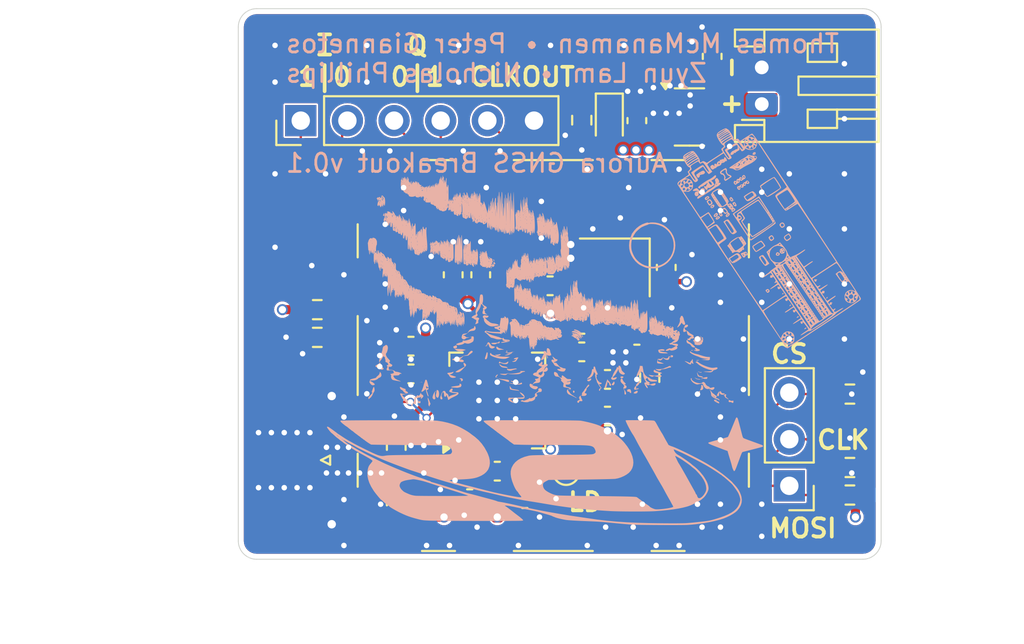
<source format=kicad_pcb>
(kicad_pcb (version 20240108) (generator "pcbnew") (generator_version "8.0")
  (title_block (title "Aurora GNSS Breakout v0.1") (date "2025-05-02") (rev "A") (company "Illinois Space Society") (comment 4 "Contributors: Thomas McManamen"))
  (layers (0 "F.Cu" signal) (1 "In1.Cu" signal) (2 "In2.Cu" signal) (31 "B.Cu" signal) (34 "B.Paste" user) (35 "F.Paste" user) (36 "B.SilkS" user "B.Silkscreen") (37 "F.SilkS" user "F.Silkscreen") (38 "B.Mask" user) (39 "F.Mask" user) (44 "Edge.Cuts" user))
  (net 0 "")
  (net 1 "+3V0")
  (net 2 "GND")
  (net 3 "Net-(U1-MIXIN)")
  (net 4 "Net-(U1-LNAOUT)")
  (net 5 "Net-(U1-LNA1)")
  (net 6 "Net-(U1-CPOUT)")
  (net 7 "Net-(C11-Pad1)")
  (net 8 "Net-(X1-OUT)")
  (net 9 "/XTAL")
  (net 10 "Net-(D1-K)")
  (net 11 "/I1")
  (net 12 "/I0")
  (net 13 "/Q0")
  (net 14 "/Q1")
  (net 15 "/CLKOUT")
  (net 16 "/SPI_MOSI")
  (net 17 "/SPI_CS")
  (net 18 "/SPI_CLK")
  (net 19 "Net-(U1-PGM)")
  (net 20 "Net-(U1-LD)")
  (net 26 "Net-(J2-Pin_1)")
  (net 27 "Net-(J1-In)")
  (footprint "Package_TO_SOT_SMD:SOT-23-3" (layer "F.Cu") (at 144.5625 105.9)
    (property "Reference" "U2" (hide yes))
    (property "Value" "XC6206PxxxMR")
  )
  (footprint "LED_SMD:LED_0603_1608Metric" (layer "F.Cu") (at 140.2 106.1125 -90)
    (property "Reference" "D1" (hide yes))
    (property "Value" "RED LED")
  )
  (footprint "Capacitor_SMD:C_0603_1608Metric" (layer "F.Cu") (at 140.1 122.2)
    (property "Reference" "C18" (hide yes))
    (property "Value" "100nF")
  )
  (footprint "Capacitor_SMD:C_0603_1608Metric" (layer "F.Cu") (at 133.2 114.5 90)
    (property "Reference" "C13" (hide yes))
    (property "Value" "100nF")
  )
  (footprint "Capacitor_SMD:C_0603_1608Metric" (layer "F.Cu") (at 130.1 126.9 -90)
    (property "Reference" "C6" (hide yes))
    (property "Value" "100nF")
  )
  (footprint "Resistor_SMD:R_0603_1608Metric" (layer "F.Cu") (at 153.3 121 180)
    (property "Reference" "R2" (hide yes))
    (property "Value" "20k")
  )
  (footprint "Capacitor_SMD:C_0603_1608Metric" (layer "F.Cu") (at 128.6 123.9 -90)
    (property "Reference" "C4" (hide yes))
    (property "Value" "470pF")
  )
  (footprint "Connector_Coaxial:SMA_Molex_73251-2120_EdgeMount_Horizontal" (layer "F.Cu") (at 122.1 124.6 180)
    (property "Reference" "J1" (hide yes))
    (property "Value" "Adafruit 1865")
  )
  (footprint "Capacitor_SMD:C_0603_1608Metric" (layer "F.Cu") (at 131.7 114.5 90)
    (property "Reference" "C10" (hide yes))
    (property "Value" "100pF")
  )
  (footprint "TestPoint:TestPoint_Pad_D1.0mm" (layer "F.Cu") (at 137.85 125.25)
    (property "Reference" "TP1" (hide yes))
    (property "Value" "TestPoint")
  )
  (footprint "Capacitor_SMD:C_0603_1608Metric" (layer "F.Cu") (at 138.7 117.2)
    (property "Reference" "C1" (hide yes))
    (property "Value" "100pF")
  )
  (footprint "RF_Shielding:Wuerth_36103205_20x20mm" (layer "F.Cu") (at 137.15 118.9)
    (property "Reference" "J5" (hide yes))
    (property "Value" "RFShield_OnePiece")
  )
  (footprint "Resistor_SMD:R_0603_1608Metric" (layer "F.Cu") (at 142.4 120.1 90)
    (property "Reference" "R4" (hide yes))
    (property "Value" "20k")
  )
  (footprint "Capacitor_SMD:C_0603_1608Metric" (layer "F.Cu") (at 136.975 115.1)
    (property "Reference" "C15" (hide yes))
    (property "Value" "10nF")
  )
  (footprint "Connector_PinHeader_2.54mm:PinHeader_1x06_P2.54mm_Vertical" (layer "F.Cu") (at 123.4 106.1 90)
    (property "Reference" "J4" (hide yes))
    (property "Value" "Conn_01x06")
  )
  (footprint "Oscillator:Oscillator_SMD_Abracon_ASE-4Pin_3.2x2.5mm" (layer "F.Cu") (at 140.5 114.1 180)
    (property "Reference" "X1" (hide yes))
    (property "Value" "TXCO")
  )
  (footprint "Capacitor_SMD:C_0603_1608Metric" (layer "F.Cu") (at 141.7 106.1 90)
    (property "Reference" "C12" (hide yes))
    (property "Value" "10uF")
  )
  (footprint "Capacitor_SMD:C_0603_1608Metric" (layer "F.Cu") (at 140.1 120.2 180)
    (property "Reference" "C9" (hide yes))
    (property "Value" "27pF")
  )
  (footprint "Resistor_SMD:R_0603_1608Metric" (layer "F.Cu") (at 138.7 106.075 -90)
    (property "Reference" "R5" (hide yes))
    (property "Value" "2.2k")
  )
  (footprint "Package_DFN_QFN:QFN-28-1EP_5x5mm_P0.5mm_EP3.35x3.35mm_ThermalVias" (layer "F.Cu") (at 134.1 121.35 90)
    (property "Reference" "U1" (hide yes))
    (property "Value" "MAX2769")
  )
  (footprint "Capacitor_SMD:C_0603_1608Metric" (layer "F.Cu") (at 141.7 117.8 180)
    (property "Reference" "C11" (hide yes))
    (property "Value" "470pF")
  )
  (footprint "Capacitor_SMD:C_0603_1608Metric" (layer "F.Cu") (at 134.1 125.2 180)
    (property "Reference" "C2" (hide yes))
    (property "Value" "10pF")
  )
  (footprint "Resistor_SMD:R_0603_1608Metric" (layer "F.Cu") (at 124.3 117.91 180)
    (property "Reference" "R7" (hide yes))
    (property "Value" "0")
  )
  (footprint "Capacitor_SMD:C_0603_1608Metric" (layer "F.Cu") (at 129.4 119.9 180)
    (property "Reference" "C7" (hide yes))
    (property "Value" "100pF")
  )
  (footprint "Capacitor_SMD:C_0603_1608Metric" (layer "F.Cu") (at 129.4 118.39 180)
    (property "Reference" "C8" (hide yes))
    (property "Value" "100nF")
  )
  (footprint "Capacitor_SMD:C_0603_1608Metric" (layer "F.Cu") (at 135.6 126.7)
    (property "Reference" "C14" (hide yes))
    (property "Value" "100pF")
  )
  (footprint "Resistor_SMD:R_0603_1608Metric" (layer "F.Cu") (at 124.3 116.4)
    (property "Reference" "R6" (hide yes))
    (property "Value" "20k")
  )
  (footprint "Inductor_SMD:L_0603_1608Metric" (layer "F.Cu") (at 128.6 126.9 -90)
    (property "Reference" "L1" (hide yes))
    (property "Value" "22nH")
  )
  (footprint "Capacitor_SMD:C_0603_1608Metric" (layer "F.Cu") (at 143.3 114.1 -90)
    (property "Reference" "C17" (hide yes))
    (property "Value" "100nF")
  )
  (footprint "Capacitor_SMD:C_0603_1608Metric" (layer "F.Cu") (at 132.6 126.7 180)
    (property "Reference" "C16" (hide yes))
    (property "Value" "100nF")
  )
  (footprint "Capacitor_SMD:C_0603_1608Metric" (layer "F.Cu") (at 145.8 102.6 90)
    (property "Reference" "C3" (hide yes))
    (property "Value" "1uF")
  )
  (footprint "Resistor_SMD:R_0603_1608Metric" (layer "F.Cu") (at 153.3 126.5)
    (property "Reference" "R1" (hide yes))
    (property "Value" "20k")
  )
  (footprint "Capacitor_SMD:C_0603_1608Metric" (layer "F.Cu") (at 138.7 118.7)
    (property "Reference" "C5" (hide yes))
    (property "Value" "100nF")
  )
  (footprint "Connector_JST:JST_PH_S2B-PH-K_1x02_P2.00mm_Horizontal" (layer "F.Cu") (at 148.5 105.2 90)
    (property "Reference" "J2" (hide yes))
    (property "Value" "Conn_01x02")
  )
  (footprint "Connector_PinHeader_2.54mm:PinHeader_1x03_P2.54mm_Vertical" (layer "F.Cu") (at 150 126 180)
    (property "Reference" "J3" (hide yes))
    (property "Value" "Conn_01x03")
  )
  (footprint "Resistor_SMD:R_0603_1608Metric" (layer "F.Cu") (at 153.3 125 180)
    (property "Reference" "R3" (hide yes))
    (property "Value" "20k")
  )
  (footprint "memes:aurora" (layer "B.Cu") (at 136.953071 115.976554 180)
    (property "Reference" "G***" (hide yes))
    (property "Value" "LOGO" (hide yes))
  )
  (footprint "LOGO" (layer "B.Cu") (at 136.75 125.25 180)
    (property "Reference" "G***" (hide yes))
    (property "Value" "LOGO" (hide yes))
  )
  (footprint "LOGO" (layer "B.Cu") (at 148.9 112.5 180)
    (property "Reference" "G***" (hide yes))
    (property "Value" "LOGO" (hide yes))
  )
  (gr_line (start 124.4 102.5) (end 125 102.5) (stroke (width 0.2)) (layer "F.SilkS"))
  (gr_line (start 125 101.4) (end 124.4 101.4) (stroke (width 0.2)) (layer "F.SilkS"))
  (gr_arc (start 154 100) (mid 154.707107 100.292893) (end 155 101) (stroke (width 0.05)) (layer "Edge.Cuts"))
  (gr_line (start 121 100) (end 154 100) (stroke (width 0.05)) (layer "Edge.Cuts"))
  (gr_line (start 154 130) (end 121 130) (stroke (width 0.05)) (layer "Edge.Cuts"))
  (gr_arc (start 121 130) (mid 120.292893 129.707107) (end 120 129) (stroke (width 0.05)) (layer "Edge.Cuts"))
  (gr_line (start 155 101) (end 155 129) (stroke (width 0.05)) (layer "Edge.Cuts"))
  (gr_arc (start 120 101) (mid 120.292893 100.292893) (end 121 100) (stroke (width 0.05)) (layer "Edge.Cuts"))
  (gr_line (start 120 129) (end 120 101) (stroke (width 0.05)) (layer "Edge.Cuts"))
  (gr_arc (start 155 129) (mid 154.707107 129.707107) (end 154 130) (stroke (width 0.05)) (layer "Edge.Cuts"))
  (gr_text "Aurora GNSS Breakout v0.1" (at 122.5 109 0) (layer "B.SilkS") (effects (font (size 1 1)) (justify right bottom mirror)))
  (gr_text "Thomas McManamen • Peter Giannetos\nZyun Lam • Nicholas Phillips" (at 122.5 104.1 0) (layer "B.SilkS") (effects (font (size 1 1)) (justify right bottom mirror)))
  (gr_text "I" (at 124.7 102.6 0) (layer "F.SilkS") (effects (font (size 1 1) (thickness 0.2) (bold yes)) (justify bottom)))
  (gr_text "Q" (at 129.75 102.6 0) (layer "F.SilkS") (effects (font (size 1 1) (thickness 0.2) (bold yes)) (justify bottom)))
  (gr_text "-" (at 146.8 103.2 90) (layer "F.SilkS") (effects (font (size 1 1) (thickness 0.2) (bold yes))))
  (gr_text "MOSI" (at 148.8 128.9 0) (layer "F.SilkS") (effects (font (size 1 1) (thickness 0.2) (bold yes)) (justify left bottom)))
  (gr_text "LD" (at 137.85 126.3 0) (layer "F.SilkS") (effects (font (size 1 1) (thickness 0.2) (bold yes)) (justify left top)))
  (gr_text "1|0" (at 124.7 104.3 0) (layer "F.SilkS") (effects (font (size 1 1) (thickness 0.2) (bold yes)) (justify bottom)))
  (gr_text "CS" (at 150 119.4 0) (layer "F.SilkS") (effects (font (size 1 1) (thickness 0.2) (bold yes)) (justify bottom)))
  (gr_text "+" (at 146.8 105.2 90) (layer "F.SilkS") (effects (font (size 1 1) (thickness 0.2) (bold yes))))
  (gr_text "CLKOUT" (at 132.5 104.3 0) (layer "F.SilkS") (effects (font (size 1 1) (thickness 0.2) (bold yes)) (justify left bottom)))
  (gr_text "0|1" (at 129.75 104.3 0) (layer "F.SilkS") (effects (font (size 1 1) (thickness 0.2) (bold yes)) (justify bottom)))
  (gr_text "CLK" (at 151.4 123.5 0) (layer "F.SilkS") (effects (font (size 1 1) (thickness 0.2) (bold yes)) (justify left)))
  (segment (start 139.325 122.2) (end 139.325 122.225) (width 0.25) (layer "F.Cu") (net 1))
  (segment (start 143.3 114.875) (end 141.6 114.875) (width 0.3) (layer "F.Cu") (net 1))
  (segment (start 133.6 117.175) (end 132.5 116.075) (width 0.25) (layer "F.Cu") (net 1))
  (segment (start 130.2 117.4) (end 130.2 119.875) (width 0.5) (layer "F.Cu") (net 1))
  (segment (start 131.65 120.35) (end 130.625 120.35) (width 0.25) (layer "F.Cu") (net 1))
  (segment (start 139.325 122.225) (end 140.1 123) (width 0.25) (layer "F.Cu") (net 1))
  (segment (start 136.55 119.85) (end 136.55 120.35) (width 0.25) (layer "F.Cu") (net 1))
  (segment (start 153.6 127.7) (end 153.6 127.025) (width 0.5) (layer "F.Cu") (net 1))
  (segment (start 135.6 123.8) (end 136.8 123.8) (width 0.25) (layer "F.Cu") (net 1))
  (segment (start 141.6 114.875) (end 141.55 114.925) (width 0.3) (layer "F.Cu") (net 1))
  (segment (start 144.4 114.875) (end 143.3 114.875) (width 0.3) (layer "F.Cu") (net 1))
  (segment (start 131.65 120.85) (end 131.125 120.85) (width 0.25) (layer "F.Cu") (net 1))
  (segment (start 137 116.6) (end 137.325 116.6) (width 0.5) (layer "F.Cu") (net 1))
  (segment (start 132.5 116.075) (end 131.7 115.275) (width 0.5) (layer "F.Cu") (net 1))
  (segment (start 131.2 127.7) (end 128.6125 127.7) (width 0.5) (layer "F.Cu") (net 1))
  (segment (start 136.775 119.85) (end 137.925 118.7) (width 0.25) (layer "F.Cu") (net 1))
  (segment (start 137.925 117.2) (end 137.925 118.7) (width 0.5) (layer "F.Cu") (net 1))
  (segment (start 139.0125 122.2) (end 139.325 122.2) (width 0.25) (layer "F.Cu") (net 1))
  (segment (start 138.1625 121.35) (end 139.0125 122.2) (width 0.25) (layer "F.Cu") (net 1))
  (segment (start 133.6 118.9) (end 133.6 117.175) (width 0.25) (layer "F.Cu") (net 1))
  (segment (start 128.6125 127.7) (end 128.6 127.6875) (width 0.5) (layer "F.Cu") (net 1))
  (segment (start 136.55 119.85) (end 136.775 119.85) (width 0.25) (layer "F.Cu") (net 1))
  (segment (start 132.5 115.975) (end 133.2 115.275) (width 0.5) (layer "F.Cu") (net 1))
  (segment (start 131.125 120.85) (end 130.175 119.9) (width 0.25) (layer "F.Cu") (net 1))
  (segment (start 122.4 116.4) (end 123.475 116.4) (width 0.5) (layer "F.Cu") (net 1))
  (segment (start 136.8 123.8) (end 137 124) (width 0.25) (layer "F.Cu") (net 1))
  (segment (start 130.2 119.875) (end 130.175 119.9) (width 0.5) (layer "F.Cu") (net 1))
  (segment (start 153.6 127.025) (end 154.125 126.5) (width 0.5) (layer "F.Cu") (net 1))
  (segment (start 130.625 120.35) (end 130.175 119.9) (width 0.25) (layer "F.Cu") (net 1))
  (segment (start 132.5 116.075) (end 132.5 115.975) (width 0.5) (layer "F.Cu") (net 1))
  (segment (start 134.1 123.8) (end 134.1 126.4) (width 0.25) (layer "F.Cu") (net 1))
  (segment (start 136.55 121.35) (end 138.1625 121.35) (width 0.25) (layer "F.Cu") (net 1))
  (segment (start 137.325 116.6) (end 137.925 117.2) (width 0.5) (layer "F.Cu") (net 1))
  (via (at 142.35 107.7) (size 0.6) (drill 0.4) (layers "F.Cu" "B.Cu") (net 1))
  (via (at 130.2 117.4) (size 0.6) (drill 0.4) (layers "F.Cu" "B.Cu") (net 1))
  (via (at 122.4 116.4) (size 0.6) (drill 0.4) (layers "F.Cu" "B.Cu") (net 1))
  (via (at 141.65 107.7) (size 0.6) (drill 0.4) (layers "F.Cu" "B.Cu") (net 1))
  (via (at 153.6 127.7) (size 0.6) (drill 0.4) (layers "F.Cu" "B.Cu") (net 1))
  (via (at 131.2 127.7) (size 0.6) (drill 0.4) (layers "F.Cu" "B.Cu") (net 1))
  (via (at 140.95 107.7) (size 0.6) (drill 0.4) (layers "F.Cu" "B.Cu") (net 1))
  (via (at 140.1 123) (size 0.6) (drill 0.4) (layers "F.Cu" "B.Cu") (net 1))
  (via (at 132.5 116.075) (size 0.6) (drill 0.4) (layers "F.Cu" "B.Cu") (net 1))
  (via (at 137 124) (size 0.6) (drill 0.4) (layers "F.Cu" "B.Cu") (net 1))
  (via (at 144.4 114.875) (size 0.6) (drill 0.4) (layers "F.Cu" "B.Cu") (net 1))
  (via (at 134.1 127.7) (size 0.6) (drill 0.4) (layers "F.Cu" "B.Cu") (net 1))
  (via (at 137 116.6) (size 0.6) (drill 0.4) (layers "F.Cu" "B.Cu") (net 1))
  (segment (start 140.425 112.3) (end 142.275 112.3) (width 0.3) (layer "F.Cu") (net 2))
  (segment (start 139.375 113.2) (end 139.45 113.275) (width 0.3) (layer "F.Cu") (net 2))
  (segment (start 142.275 112.3) (end 143.3 113.325) (width 0.3) (layer "F.Cu") (net 2))
  (segment (start 139.45 113.275) (end 140.425 112.3) (width 0.3) (layer "F.Cu") (net 2))
  (segment (start 139.225 113.5) (end 139.45 113.275) (width 0.3) (layer "F.Cu") (net 2))
  (via (at 125.4 123.9) (size 0.45) (drill 0.3) (layers "F.Cu" "B.Cu") (net 2))
  (via (at 150 115) (size 0.45) (drill 0.3) (layers "F.Cu" "B.Cu") (net 2))
  (via (at 142.75 129.25) (size 0.45) (drill 0.3) (layers "F.Cu" "B.Cu") (net 2))
  (via (at 127 117) (size 0.45) (drill 0.3) (layers "F.Cu" "B.Cu") (net 2))
  (via (at 145 118) (size 0.45) (drill 0.3) (layers "F.Cu" "B.Cu") (net 2))
  (via (at 144.6 104.7) (size 0.45) (drill 0.3) (layers "F.Cu" "B.Cu") (net 2))
  (via (at 127.75 127) (size 0.45) (drill 0.3) (layers "F.Cu" "B.Cu") (net 2))
  (via (at 146.25 123.5) (size 0.45) (drill 0.3) (layers "F.Cu" "B.Cu") (net 2))
  (via (at 145.25 101) (size 0.45) (drill 0.3) (layers "F.Cu" "B.Cu") (net 2))
  (via (at 140.8 111.4) (size 0.45) (drill 0.3) (layers "F.Cu" "B.Cu") (net 2))
  (via (at 123.9 123.1) (size 0.45) (drill 0.3) (layers "F.Cu" "B.Cu") (net 2))
  (via (at 129 109.75) (size 0.45) (drill 0.3) (layers "F.Cu" "B.Cu") (net 2))
  (via (at 139 108.75) (size 0.45) (drill 0.3) (layers "F.Cu" "B.Cu") (net 2))
  (via (at 136.4 125.8) (size 0.45) (drill 0.3) (layers "F.Cu" "B.Cu") (net 2))
  (via (at 122.5 126.1) (size 0.45) (drill 0.3) (layers "F.Cu" "B.Cu") (net 2))
  (via (at 127.7 118.9) (size 0.45) (drill 0.3) (layers "F.Cu" "B.Cu") (net 2))
  (via (at 150 112) (size 0.45) (drill 0.3) (layers "F.Cu" "B.Cu") (net 2))
  (via (at 122 102) (size 0.45) (drill 0.3) (layers "F.Cu" "B.Cu") (net 2))
  (via (at 153.3 123.4) (size 0.45) (drill 0.3) (layers "F.Cu" "B.Cu") (net 2))
  (via (at 153 112) (size 0.45) (drill 0.3) (layers "F.Cu" "B.Cu") (net 2))
  (via (at 153.4 121) (size 0.45) (drill 0.3) (layers "F.Cu" "B.Cu") (net 2))
  (via (at 141 102) (size 0.45) (drill 0.3) (layers "F.Cu" "B.Cu") (net 2))
  (via (at 126 123.9) (size 0.45) (drill 0.3) (layers "F.Cu" "B.Cu") (net 2))
  (via (at 144 129.25) (size 0.45) (drill 0.3) (layers "F.Cu" "B.Cu") (net 2))
  (via (at 121.1 123.1) (size 0.45) (drill 0.3) (layers "F.Cu" "B.Cu") (net 2))
  (via (at 126.996984 120.98407) (size 0.45) (drill 0.3) (layers "F.Cu" "B.Cu") (net 2))
  (via (at 138.7 107.7) (size 0.45) (drill 0.3) (layers "F.Cu" "B.Cu") (net 2))
  (via (at 141.7 120.2) (size 0.45) (drill 0.3) (layers "F.Cu" "B.Cu") (net 2))
  (via (at 133 128.25) (size 0.45) (drill 0.3) (layers "F.Cu" "B.Cu") (net 2))
  (via (at 136.4 127.7) (size 0.45) (drill 0.3) (layers "F.Cu" "B.Cu") (net 2))
  (via (at 146.25 127) (size 0.45) (drill 0.3) (layers "F.Cu" "B.Cu") (net 2))
  (via (at 123.9 126.1) (size 0.45) (drill 0.3) (layers "F.Cu" "B.Cu") (net 2))
  (via (at 123.2 126.1) (size 0.45) (drill 0.3) (layers "F.Cu" "B.Cu") (net 2))
  (via (at 153 103) (size 0.45) (drill 0.3) (layers "F.Cu" "B.Cu") (net 2))
  (via (at 131.5 129.25) (size 0.45) (drill 0.3) (layers "F.Cu" "B.Cu") (net 2))
  (via (at 131.9 119.1) (size 0.45) (drill 0.3) (layers "F.Cu" "B.Cu") (net 2))
  (via (at 122 113) (size 0.45) (drill 0.3) (layers "F.Cu" "B.Cu") (net 2))
  (via (at 121.8 126.1) (size 0.45) (drill 0.3) (layers "F.Cu" "B.Cu") (net 2))
  (via (at 121.8 123.1) (size 0.45) (drill 0.3) (layers "F.Cu" "B.Cu") (net 2))
  (via (at 124.75 109) (size 0.45) (drill 0.3) (layers "F.Cu" "B.Cu") (net 2))
  (via (at 131 126.2) (size 0.45) (drill 0.3) (layers "F.Cu" "B.Cu") (net 2))
  (via (at 125.75 129.25) (size 0.45) (drill 0.3) (layers "F.Cu" "B.Cu") (net 2))
  (via (at 148.5 114.5) (size 0.45) (drill 0.3) (layers "F.Cu" "B.Cu") (net 2))
  (via (at 142 127) (size 0.45) (drill 0.3) (layers "F.Cu" "B.Cu") (net 2))
  (via (at 133.2 112.7) (size 0.45) (drill 0.3) (layers "F.Cu" "B.Cu") (net 2))
  (via (at 141.5 128.25) (size 0.45) (drill 0.3) (layers "F.Cu" "B.Cu") (net 2))
  (via (at 137.3 126.7) (size 0.45) (drill 0.3) (layers "F.Cu" "B.Cu") (net 2))
  (via (at 143.3 105.7) (size 0.45) (drill 0.3) (layers "F.Cu" "B.Cu") (net 2))
  (via (at 138.8 116.3) (size 0.45) (drill 0.3) (layers "F.Cu" "B.Cu") (net 2))
  (via (at 123.2 123.1) (size 0.45) (drill 0.3) (layers "F.Cu" "B.Cu") (net 2))
  (via (at 132.3 127.6) (size 0.45) (drill 0.3) (layers "F.Cu" "B.Cu") (net 2))
  (via (at 145.25 110) (size 0.45) (drill 0.3) (layers "F.Cu" "B.Cu") (net 2))
  (via (at 122 109) (size 0.45) (drill 0.3) (layers "F.Cu" "B.Cu") (net 2))
  (via (at 125.75 114.5) (size 0.45) (drill 0.3) (layers "F.Cu" "B.Cu") (net 2))
  (via (at 122.6 117.9) (size 0.45) (drill 0.3) (layers "F.Cu" "B.Cu") (net 2))
  (via (at 122.5 123.1) (size 0.45) (drill 0.3) (layers "F.Cu" "B.Cu") (net 2))
  (via (at 128.5 122.2) (size 0.45) (drill 0.3) (layers "F.Cu" "B.Cu") (net 2))
  (via (at 140 128.25) (size 0.45) (drill 0.3) (layers "F.Cu" "B.Cu") (net 2))
  (via (at 130.1 123.8) (size 0.45) (drill 0.3) (layers "F.Cu" "B.Cu") (net 2))
  (via (at 144.6 105.3) (size 0.45) (drill 0.3) (layers "F.Cu" "B.Cu") (net 2))
  (via (at 134.25 107.75) (size 0.45) (drill 0.3) (layers "F.Cu" "B.Cu") (net 2))
  (via (at 127.998623 116.264485) (size 0.45) (drill 0.3) (layers "F.Cu" "B.Cu") (net 2))
  (via (at 145.25 107.5) (size 0.45) (drill 0.3) (layers "F.Cu" "B.Cu") (net 2))
  (via (at 148.5 128.75) (size 0.45) (drill 0.3) (layers "F.Cu" "B.Cu") (net 2))
  (via (at 130.9 123.6) (size 0.45) (drill 0.3) (layers "F.Cu" "B.Cu") (net 2))
  (via (at 142.6 104.3) (size 0.45) (drill 0.3) (layers "F.Cu" "B.Cu") (net 2))
  (via (at 143.5 104.2) (size 0.45) (drill 0.3) (layers "F.Cu" "B.Cu") (net 2))
  (via (at 129.4 123.8) (size 0.45) (drill 0.3) (layers "F.Cu" "B.Cu") (net 2))
  (via (at 135.25 129.25) (size 0.45) (drill 0.3) (layers "F.Cu" "B.Cu") (net 2))
  (via (at 150 118) (size 0.45) (drill 0.3) (layers "F.Cu" "B.Cu") (net 2))
  (via (at 126.6 125.3) (size 0.45) (drill 0.3) (layers "F.Cu" "B.Cu") (net 2))
  (via (at 140.1 116.3) (size 0.45) (drill 0.3) (layers "F.Cu" "B.Cu") (net 2))
  (via (at 132 123.5) (size 0.45) (drill 0.3) (layers "F.Cu" "B.Cu") (net 2))
  (via (at 125.75 122.25) (size 0.45) (drill 0.3) (layers "F.Cu" "B.Cu") (net 2))
  (via (at 154 119.8) (size 0.45) (drill 0.3) (layers "F.Cu" "B.Cu") (net 2))
  (via (at 153 106) (size 0.45) (drill 0.3) (layers "F.Cu" "B.Cu") (net 2))
  (via (at 146.25 110) (size 0.45) (drill 0.3) (layers "F.Cu" "B.Cu") (net 2))
  (via (at 147.5 118) (size 0.45) (drill 0.3) (layers "F.Cu" "B.Cu") (net 2))
  (via (at 127 104) (size 0.45) (drill 0.3) (layers "F.Cu" "B.Cu") (net 2))
  (via (at 125.4 125.3) (size 0.45) (drill 0.3) (layers "F.Cu" "B.Cu") (net 2))
  (via (at 141.2 104.5) (size 0.45) (drill 0.3) (layers "F.Cu" "B.Cu") (net 2))
  (via (at 126 125.3) (size 0.45) (drill 0.3) (layers "F.Cu" "B.Cu") (net 2))
  (via (at 130.1 125.3) (size 0.45) (drill 0.3) (layers "F.Cu" "B.Cu") (net 2))
  (via (at 137 102) (size 0.45) (drill 0.3) (layers "F.Cu" "B.Cu") (net 2))
  (via (at 140.4 118.7) (size 0.45) (drill 0.3) (layers "F.Cu" "B.Cu") (net 2))
  (via (at 124 114) (size 0.45) (drill 0.3) (layers "F.Cu" "B.Cu") (net 2))
  (via (at 146.25 114.5) (size 0.45) (drill 0.3) (layers "F.Cu" "B.Cu") (net 2))
  (via (at 129.4 120.5) (size 0.45) (drill 0.3) (layers "F.Cu" "B.Cu") (net 2))
  (via (at 141.9 122.3) (size 0.45) (drill 0.3) (layers "F.Cu" "B.Cu") (net 2))
  (via (at 127.8 125.3) (size 0.45) (drill 0.3) (layers "F.Cu" "B.Cu") (net 2))
  (via (at 143.2 111.5) (size 0.45) (drill 0.3) (layers "F.Cu" "B.Cu") (net 2))
  (via (at 141.9 104.5) (size 0.45) (drill 0.3) (layers "F.Cu" "B.Cu") (net 2))
  (via (at 136.5 112.5) (size 0.45) (drill 0.3) (layers "F.Cu" "B.Cu") (net 2))
  (via (at 139 129.25) (size 0.45) (drill 0.3) (layers "F.Cu" "B.Cu") (net 2))
  (via (at 153 115) (size 0.45) (drill 0.3) (layers "F.Cu" "B.Cu") (net 2))
  (via (at 139.3 112) (size 0.45) (drill 0.3) (layers "F.Cu" "B.Cu") (net 2))
  (via (at 147.5 120.75) (size 0.45) (drill 0.3) (layers "F.Cu" "B.Cu") (net 2))
  (via (at 142.6 105.7) (size 0.45) (drill 0.3) (layers "F.Cu" "B.Cu") (net 2))
  (via (at 146.25 116) (size 0.45) (drill 0.3) (layers "F.Cu" "B.Cu") (net 2))
  (via (at 126.75 107.75) (size 0.45) (drill 0.3) (layers "F.Cu" "B.Cu") (net 2))
  (via (at 146.75 107.5) (size 0.45) (drill 0.3) (layers "F.Cu" "B.Cu") (net 2))
  (via (at 125.75 126.75) (size 0.45) (drill 0.3) (layers "F.Cu" "B.Cu") (net 2))
  (via (at 128.6 117.5) (size 0.45) (drill 0.3) (layers "F.Cu" "B.Cu") (net 2))
  (via (at 132 102) (size 0.45) (drill 0.3) (layers "F.Cu" "B.Cu") (net 2))
  (via (at 127.7 119.5) (size 0.45) (drill 0.3) (layers "F.Cu" "B.Cu") (net 2))
  (via (at 127.2 125.3) (size 0.45) (drill 0.3) (layers "F.Cu" "B.Cu") (net 2))
  (via (at 145 127) (size 0.45) (drill 0.3) (layers "F.Cu" "B.Cu") (net 2))
  (via (at 148.5 108.75) (size 0.45) (drill 0.3) (layers "F.Cu" "B.Cu") (net 2))
  (via (at 127.7 118.2) (size 0.45) (drill 0.3) (layers "F.Cu" "B.Cu") (net 2))
  (via (at 138.1 112.849997) (size 0.6) (drill 0.4) (layers "F.Cu" "B.Cu") (net 2))
  (via (at 132.25 107.75) (size 0.45) (drill 0.3) (layers "F.Cu" "B.Cu") (net 2))
  (via (at 137.8 106.9) (size 0.45) (drill 0.3) (layers "F.Cu" "B.Cu") (net 2))
  (via (at 131.8 125.7) (size 0.45) (drill 0.3) (layers "F.Cu" "B.Cu") (net 2))
  (via (at 138.1 113.6) (size 0.6) (drill 0.4) (layers "F.Cu" "B.Cu") (net 2))
  (via (at 144.1 104.2) (size 0.45) (drill 0.3) (layers "F.Cu" "B.Cu") (net 2))
  (via (at 145 121) (size 0.45) (drill 0.3) (layers "F.Cu" "B.Cu") (net 2))
  (via (at 132.4 112.7) (size 0.45) (drill 0.3) (layers "F.Cu" "B.Cu") (net 2))
  (via (at 136.3 119.1) (size 0.45) (drill 0.3) (layers "F.Cu" "B.Cu") (net 2))
  (via (at 132 104) (size 0.45) (drill 0.3) (layers "F.Cu" "B.Cu") (net 2))
  (via (at 128.25 107.75) (size 0.45) (drill 0.3) (layers "F.Cu" "B.Cu") (net 2))
  (via (at 146.25 111) (size 0.45) (drill 0.3) (layers "F.Cu" "B.Cu") (net 2))
  (via (at 141.1 119.3) (size 0.45) (drill 0.3) (layers "F.Cu" "B.Cu") (net 2))
  (via (at 136.5 110.5) (size 0.45) (drill 0.3) (layers "F.Cu" "B.Cu") (net 2))
  (via (at 130.25 129.25) (size 0.45) (drill 0.3) (layers "F.Cu" "B.Cu") (net 2))
  (via (at 153 109) (size 0.45) (drill 0.3) (layers "F.Cu" "B.Cu") (net 2))
  (via (at 130.5 113.5) (size 0.45) (drill 0.3) (layers "F.Cu" "B.Cu") (net 2))
  (via (at 148.5 127) (size 0.45) (drill 0.3) (layers "F.Cu" "B.Cu") (net 2))
  (via (at 127 102) (size 0.45) (drill 0.3) (layers "F.Cu" "B.Cu") (net 2))
  (via (at 124.8 125.3) (size 0.45) (drill 0.3) (layers "F.Cu" "B.Cu") (net 2))
  (via (at 128 115) (size 0.45) (drill 0.3) (layers "F.Cu" "B.Cu") (net 2))
  (via (at 128 111.75) (size 0.45) (drill 0.3) (layers "F.Cu" "B.Cu") (net 2))
  (via (at 122 104) (size 0.45) (drill 0.3) (layers "F.Cu" "B.Cu") (net 2))
  (via (at 146.25 128.25) (size 0.45) (drill 0.3) (layers "F.Cu" "B.Cu") (net 2))
  (via (at 148.5 116) (size 0.45) (drill 0.3) (layers "F.Cu" "B.Cu") (net 2))
  (via (at 141.25 109.75) (size 0.45) (drill 0.3) (layers "F.Cu" "B.Cu") (net 2))
  (via (at 144.7 101.8) (size 0.45) (drill 0.3) (layers "F.Cu" "B.Cu") (net 2))
  (via (at 145.25 128.25) (size 0.45) (drill 0.3) (layers "F.Cu" "B.Cu") (net 2))
  (via (at 133.5 109.75) (size 0.45) (drill 0.3) (layers "F.Cu" "B.Cu") (net 2))
  (via (at 140.4 119.3) (size 0.45) (drill 0.3) (layers "F.Cu" "B.Cu") (net 2))
  (via (at 153 118) (size 0.45) (drill 0.3) (layers "F.Cu" "B.Cu") (net 2))
  (via (at 123.5 118.8) (size 0.45) (drill 0.3) (layers "F.Cu" "B.Cu") (net 2))
  (via (at 121.1 126.1) (size 0.45) (drill 0.3) (layers "F.Cu" "B.Cu") (net 2))
  (via (at 146.25 122.25) (size 0.45) (drill 0.3) (layers "F.Cu" "B.Cu") (net 2))
  (via (at 124.8 123.9) (size 0.45) (drill 0.3) (layers "F.Cu" "B.Cu") (net 2))
  (via (at 129 111) (size 0.45) (drill 0.3) (layers "F.Cu" "B.Cu") (net 2))
  (via (at 144 105.7) (size 0.45) (drill 0.3) (layers "F.Cu" "B.Cu") (net 2))
  (via (at 148.5 110) (size 0.45) (drill 0.3) (layers "F.Cu" "B.Cu") (net 2))
  (via (at 131.7 112.7) (size 0.45) (drill 0.3) (layers "F.Cu" "B.Cu") (net 2))
  (via (at 144.7 113.4) (size 0.45) (drill 0.3) (layers "F.Cu" "B.Cu") (net 2))
  (via (at 129.4 119.1) (size 0.45) (drill 0.3) (layers "F.Cu" "B.Cu") (net 2))
  (via (at 143.6 116.3) (size 0.45) (drill 0.3) (layers "F.Cu" "B.Cu") (net 2))
  (via (at 150 109) (size 0.45) (drill 0.3) (layers "F.Cu" "B.Cu") (net 2))
  (via (at 141.1 118.7) (size 0.45) (drill 0.3) (layers "F.Cu" "B.Cu") (net 2))
  (via (at 140.9 123.2) (size 0.45) (drill 0.3) (layers "F.Cu" "B.Cu") (net 2))
  (via (at 153.4 125.3) (size 0.45) (drill 0.3) (layers "F.Cu" "B.Cu") (net 2))
  (via (at 144 108.75) (size 0.45) (drill 0.3) (layers "F.Cu" "B.Cu") (net 2))
  (segment (start 134.6 124.925) (end 134.6 123.8) (width 0.3493) (layer "F.Cu") (net 3))
  (segment (start 134.875 125.2) (end 134.6 124.925) (width 0.3493) (layer "F.Cu") (net 3))
  (segment (start 133.1 124.975) (end 133.325 125.2) (width 0.3493) (layer "F.Cu") (net 4))
  (segment (start 133.1 123.8) (end 133.1 124.975) (width 0.3493) (layer "F.Cu") (net 4))
  (segment (start 128.6 123.1) (end 128.6 123.125) (width 0.3493) (layer "F.Cu") (net 5))
  (segment (start 131.250001 122.35) (end 130.475001 123.125) (width 0.3493) (layer "F.Cu") (net 5))
  (segment (start 131.65 122.35) (end 131.250001 122.35) (width 0.3493) (layer "F.Cu") (net 5))
  (segment (start 131.65 121.35) (end 130.35 121.35) (width 0.3493) (layer "F.Cu") (net 5))
  (segment (start 130.35 121.35) (end 128.6 123.1) (width 0.3493) (layer "F.Cu") (net 5))
  (segment (start 130.475001 123.125) (end 128.6 123.125) (width 0.3493) (layer "F.Cu") (net 5))
  (segment (start 142.275 121.05) (end 142.4 120.925) (width 0.25) (layer "F.Cu") (net 6))
  (segment (start 138.675 120.85) (end 139.325 120.2) (width 0.25) (layer "F.Cu") (net 6))
  (segment (start 138.675 120.85) (end 138.875 121.05) (width 0.25) (layer "F.Cu") (net 6))
  (segment (start 138.875 121.05) (end 142.275 121.05) (width 0.25) (layer "F.Cu") (net 6))
  (segment (start 136.55 120.85) (end 138.675 120.85) (width 0.25) (layer "F.Cu") (net 6))
  (segment (start 142.4 119.275) (end 142.4 117.875) (width 0.3) (layer "F.Cu") (net 7))
  (segment (start 142.4 117.875) (end 142.475 117.8) (width 0.3) (layer "F.Cu") (net 7))
  (segment (start 139.275 115.1) (end 139.45 114.925) (width 0.2) (layer "F.Cu") (net 8))
  (segment (start 137.75 115.1) (end 139.275 115.1) (width 0.2) (layer "F.Cu") (net 8))
  (segment (start 135.6 118.9) (end 135.6 115.7) (width 0.2) (layer "F.Cu") (net 9))
  (segment (start 135.6 115.7) (end 136.2 115.1) (width 0.2) (layer "F.Cu") (net 9))
  (segment (start 138.775 105.325) (end 138.7 105.25) (width 0.127) (layer "F.Cu") (net 10))
  (segment (start 140.2 105.325) (end 138.775 105.325) (width 0.127) (layer "F.Cu") (net 10))
  (segment (start 132.6 118.9) (end 132.6 118.6) (width 0.127) (layer "F.Cu") (net 11))
  (segment (start 126.2 113.25) (end 123.4 110.45) (width 0.127) (layer "F.Cu") (net 11))
  (segment (start 127.25 113.25) (end 126.2 113.25) (width 0.127) (layer "F.Cu") (net 11))
  (segment (start 123.4 110.45) (end 123.4 106.1) (width 0.127) (layer "F.Cu") (net 11))
  (segment (start 132.6 118.6) (end 127.25 113.25) (width 0.127) (layer "F.Cu") (net 11))
  (segment (start 126.7 112.45) (end 125.65 111.4) (width 0.127) (layer "F.Cu") (net 12))
  (segment (start 127.55 112.45) (end 126.7 112.45) (width 0.127) (layer "F.Cu") (net 12))
  (segment (start 133.1 118) (end 127.55 112.45) (width 0.127) (layer "F.Cu") (net 12))
  (segment (start 133.1 118.9) (end 133.1 118) (width 0.127) (layer "F.Cu") (net 12))
  (segment (start 125.65 111.4) (end 125.65 106.39) (width 0.127) (layer "F.Cu") (net 12))
  (segment (start 125.65 106.39) (end 125.94 106.1) (width 0.127) (layer "F.Cu") (net 12))
  (segment (start 128.48 106.28) (end 128.48 106.1) (width 0.127) (layer "F.Cu") (net 13))
  (segment (start 134.1 112.85) (end 130.3 109.05) (width 0.127) (layer "F.Cu") (net 13))
  (segment (start 130.3 109.05) (end 130.3 108.1) (width 0.127) (layer "F.Cu") (net 13))
  (segment (start 134.1 118.9) (end 134.1 112.85) (width 0.127) (layer "F.Cu") (net 13))
  (segment (start 130.3 108.1) (end 128.48 106.28) (width 0.127) (layer "F.Cu") (net 13))
  (segment (start 131.02 108.72) (end 131.02 106.1) (width 0.127) (layer "F.Cu") (net 14))
  (segment (start 134.6 118.9) (end 134.6 112.3) (width 0.127) (layer "F.Cu") (net 14))
  (segment (start 134.6 112.3) (end 131.02 108.72) (width 0.127) (layer "F.Cu") (net 14))
  (segment (start 135.1 118.9) (end 135.1 107.64) (width 0.127) (layer "F.Cu") (net 15))
  (segment (start 135.1 107.64) (end 133.56 106.1) (width 0.127) (layer "F.Cu") (net 15))
  (segment (start 137.1 122.85) (end 140.25 126) (width 0.127) (layer "F.Cu") (net 16))
  (segment (start 140.25 126) (end 150 126) (width 0.127) (layer "F.Cu") (net 16))
  (segment (start 150 126) (end 150.5 126.5) (width 0.127) (layer "F.Cu") (net 16))
  (segment (start 136.55 122.85) (end 137.1 122.85) (width 0.127) (layer "F.Cu") (net 16))
  (segment (start 150.5 126.5) (end 152.475 126.5) (width 0.127) (layer "F.Cu") (net 16))
  (segment (start 150 120.92) (end 150.195 120.92) (width 0.127) (layer "F.Cu") (net 17))
  (segment (start 148.4 122.52) (end 150 120.92) (width 0.127) (layer "F.Cu") (net 17))
  (segment (start 150.275 121) (end 152.475 121) (width 0.127) (layer "F.Cu") (net 17))
  (segment (start 137.65 121.85) (end 140.4 124.6) (width 0.127) (layer "F.Cu") (net 17))
  (segment (start 136.55 121.85) (end 137.65 121.85) (width 0.127) (layer "F.Cu") (net 17))
  (segment (start 147.677 124.6) (end 148.4 123.877) (width 0.127) (layer "F.Cu") (net 17))
  (segment (start 150.195 120.92) (end 150.275 121) (width 0.127) (layer "F.Cu") (net 17))
  (segment (start 140.4 124.6) (end 147.677 124.6) (width 0.127) (layer "F.Cu") (net 17))
  (segment (start 148.4 123.877) (end 148.4 122.52) (width 0.127) (layer "F.Cu") (net 17))
  (segment (start 136.55 122.35) (end 137.35 122.35) (width 0.127) (layer "F.Cu") (net 18))
  (segment (start 150 123.46) (end 150.935 123.46) (width 0.127) (layer "F.Cu") (net 18))
  (segment (start 137.35 122.35) (end 140.3 125.3) (width 0.127) (layer "F.Cu") (net 18))
  (segment (start 148.16 125.3) (end 150 123.46) (width 0.127) (layer "F.Cu") (net 18))
  (segment (start 140.3 125.3) (end 148.16 125.3) (width 0.127) (layer "F.Cu") (net 18))
  (segment (start 150.935 123.46) (end 152.475 125) (width 0.127) (layer "F.Cu") (net 18))
  (segment (start 130.7 121.85) (end 131.65 121.85) (width 0.127) (layer "F.Cu") (net 19))
  (segment (start 130.25 122.3) (end 130.7 121.85) (width 0.127) (layer "F.Cu") (net 19))
  (segment (start 129.375 121.425) (end 128.64 121.425) (width 0.127) (layer "F.Cu") (net 19))
  (segment (start 125.125 117.91) (end 125.125 116.4) (width 0.127) (layer "F.Cu") (net 19))
  (segment (start 128.64 121.425) (end 125.125 117.91) (width 0.127) (layer "F.Cu") (net 19))
  (via (at 129.375 121.425) (size 0.45) (drill 0.3) (layers "F.Cu" "B.Cu") (net 19))
  (via (at 130.25 122.3) (size 0.45) (drill 0.3) (layers "F.Cu" "B.Cu") (net 19))
  (segment (start 129.375 121.425) (end 130.25 122.3) (width 0.127) (layer "B.Cu") (net 19))
  (segment (start 136.150001 125.25) (end 137.85 125.25) (width 0.127) (layer "F.Cu") (net 20))
  (segment (start 135.1 123.8) (end 135.1 124.199999) (width 0.127) (layer "F.Cu") (net 20))
  (segment (start 135.1 124.199999) (end 136.150001 125.25) (width 0.127) (layer "F.Cu") (net 20))
  (segment (start 128.6 124.675) (end 122.425 124.675) (width 0.3493) (layer "F.Cu") (net 27))
  (segment (start 122.425 124.675) (end 122.35 124.6) (width 0.3493) (layer "F.Cu") (net 27))
  (segment (start 128.6 124.675) (end 128.6 126.1125) (width 0.3493) (layer "F.Cu") (net 27))
  (zone (net 1) (net_name "+3V0") (layer "F.Cu") (priority 1) (connect_pads yes (clearance 0.1)) (min_thickness 0.1) (fill yes (thermal_gap 0.5) (thermal_bridge_width 0.5))
    (polygon (pts (xy 139.7 107.35) (xy 139.7 106.4) (xy 144.15 106.4) (xy 144.15 107.25) (xy 142.65 108) (xy 140.65 108)))
  )
  (zone (net 1) (net_name "+3V0") (layer "F.Cu") (priority 2) (connect_pads yes (clearance 0.1)) (min_thickness 0.1) (fill yes (thermal_gap 0.5) (thermal_bridge_width 0.5))
    (polygon (pts (xy 132.9 126.2) (xy 135.3 126.2) (xy 135.3 127.2) (xy 134.3 128) (xy 133.9 128) (xy 132.9 127.2)))
  )
  (zone (net 0) (net_name "") (layer "F.Cu") (connect_pads yes (clearance 0)) (min_thickness 0.1)
    (keepout (tracks allowed) (vias allowed) (pads allowed) (copperpour not_allowed) (footprints allowed))
    (fill (thermal_gap 0.5) (thermal_bridge_width 0.5))
    (polygon (pts (xy 139.5 112.4) (xy 140.1 111.9) (xy 142.5 111.9) (xy 143.9 112.6) (xy 143.9 115.3) (xy 142.5 115.8) (xy 138.5 115.8) (xy 138.5 113.825) (xy 138.975 113.825) (xy 138.975 112.725) (xy 138.5 112.725) (xy 138.5 112.4)))
  )
  (zone (net 26) (net_name "Net-(J2-Pin_1)") (layer "F.Cu") (connect_pads yes (clearance 0.1)) (min_thickness 0.1) (fill yes (thermal_gap 0.5) (thermal_bridge_width 0.5))
    (polygon (pts (xy 145 102.9) (xy 145 106.25) (xy 146.4 106.25) (xy 147.75 105.9) (xy 149.35 105.9) (xy 149.35 104.6) (xy 147.75 104.6) (xy 146.4 102.9)))
  )
  (zone (net 2) (net_name "GND") (layers "F.Cu" "In1.Cu" "B.Cu") (connect_pads yes (clearance 0.1)) (min_thickness 0.1) (fill yes (thermal_gap 0.5) (thermal_bridge_width 0.5))
    (polygon (pts (xy 155 100) (xy 120 100) (xy 120 130) (xy 155 130)))
  )
)
</source>
